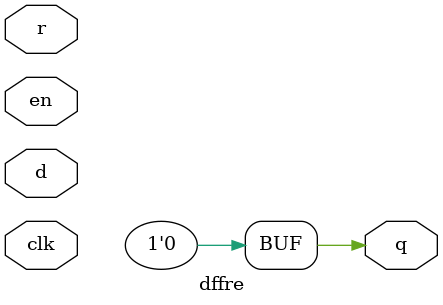
<source format=v>
module dffre (d, en, r, clk, q);
	parameter n=1;
	input [n-1:0]d;
	input en,r,clk;
	output [n-1:0]q=0;
	reg [n-1:0]q;
	always @(posedge clk )
	begin
		if (r==1) q=0;
		else if (r==0&&en==1) q=d;
	end

endmodule
</source>
